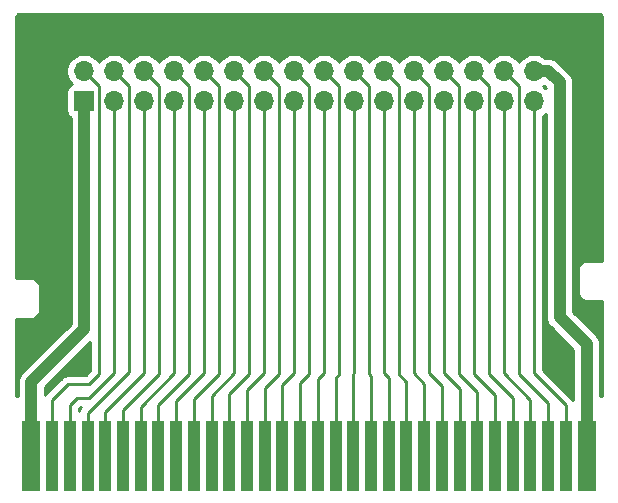
<source format=gbr>
G04 #@! TF.GenerationSoftware,KiCad,Pcbnew,5.1.5-52549c5~84~ubuntu18.04.1*
G04 #@! TF.CreationDate,2020-01-09T22:12:06-08:00*
G04 #@! TF.ProjectId,Breakout,42726561-6b6f-4757-942e-6b696361645f,A*
G04 #@! TF.SameCoordinates,Original*
G04 #@! TF.FileFunction,Copper,L1,Top*
G04 #@! TF.FilePolarity,Positive*
%FSLAX46Y46*%
G04 Gerber Fmt 4.6, Leading zero omitted, Abs format (unit mm)*
G04 Created by KiCad (PCBNEW 5.1.5-52549c5~84~ubuntu18.04.1) date 2020-01-09 22:12:06*
%MOMM*%
%LPD*%
G04 APERTURE LIST*
%ADD10O,1.700000X1.700000*%
%ADD11R,1.700000X1.700000*%
%ADD12R,1.000000X6.000000*%
%ADD13R,1.500000X6.000000*%
%ADD14C,1.000000*%
%ADD15C,0.250000*%
%ADD16C,0.254000*%
G04 APERTURE END LIST*
D10*
X158750000Y-65151000D03*
X158750000Y-67691000D03*
X156210000Y-65151000D03*
X156210000Y-67691000D03*
X153670000Y-65151000D03*
X153670000Y-67691000D03*
X151130000Y-65151000D03*
X151130000Y-67691000D03*
X148590000Y-65151000D03*
X148590000Y-67691000D03*
X146050000Y-65151000D03*
X146050000Y-67691000D03*
X143510000Y-65151000D03*
X143510000Y-67691000D03*
X140970000Y-65151000D03*
X140970000Y-67691000D03*
X138430000Y-65151000D03*
X138430000Y-67691000D03*
X135890000Y-65151000D03*
X135890000Y-67691000D03*
X133350000Y-65151000D03*
X133350000Y-67691000D03*
X130810000Y-65151000D03*
X130810000Y-67691000D03*
X128270000Y-65151000D03*
X128270000Y-67691000D03*
X125730000Y-65151000D03*
X125730000Y-67691000D03*
X123190000Y-65151000D03*
X123190000Y-67691000D03*
X120650000Y-65151000D03*
D11*
X120650000Y-67691000D03*
D12*
X117950000Y-97700000D03*
X119450000Y-97700000D03*
X120950000Y-97700000D03*
X122450000Y-97700000D03*
X123950000Y-97700000D03*
X125450000Y-97700000D03*
X126950000Y-97700000D03*
X128450000Y-97700000D03*
X129950000Y-97700000D03*
X131450000Y-97700000D03*
X132950000Y-97700000D03*
X134450000Y-97700000D03*
X135950000Y-97700000D03*
X137450000Y-97700000D03*
X138950000Y-97700000D03*
X140450000Y-97700000D03*
X141950000Y-97700000D03*
X143450000Y-97700000D03*
X144950000Y-97700000D03*
X146450000Y-97700000D03*
X147950000Y-97700000D03*
X149450000Y-97700000D03*
X150950000Y-97700000D03*
X152450000Y-97700000D03*
X153950000Y-97700000D03*
X155450000Y-97700000D03*
X156950000Y-97700000D03*
X158450000Y-97700000D03*
X159950000Y-97700000D03*
X161450000Y-97700000D03*
D13*
X116200000Y-97700000D03*
X163200000Y-97700000D03*
D14*
X116200000Y-95450000D02*
X116205000Y-95445000D01*
X116200000Y-97700000D02*
X116200000Y-95450000D01*
D15*
X158750000Y-90737081D02*
X158750000Y-89535000D01*
X161450000Y-97700000D02*
X161450000Y-93437081D01*
X161450000Y-93437081D02*
X158750000Y-90737081D01*
X149450000Y-91597081D02*
X149450000Y-97700000D01*
X148590000Y-89535000D02*
X148590000Y-90737081D01*
X148590000Y-90737081D02*
X149450000Y-91597081D01*
X143510000Y-89535000D02*
X143510000Y-90737081D01*
X143450000Y-90804081D02*
X143450000Y-97700000D01*
X143446500Y-90800581D02*
X143450000Y-90804081D01*
X143450000Y-90797081D02*
X143510000Y-90737081D01*
X143450000Y-90804081D02*
X143450000Y-90797081D01*
X134450000Y-92177081D02*
X134450000Y-97700000D01*
X135890000Y-89535000D02*
X135890000Y-90737081D01*
X135890000Y-90737081D02*
X134450000Y-92177081D01*
X122450000Y-94017081D02*
X122450000Y-97700000D01*
X125730000Y-89535000D02*
X125730000Y-90737081D01*
X125730000Y-90737081D02*
X122450000Y-94017081D01*
X121094500Y-91630500D02*
X121920000Y-90805000D01*
X119316500Y-91630500D02*
X121094500Y-91630500D01*
X117950000Y-97700000D02*
X117950000Y-92997000D01*
X117950000Y-92997000D02*
X119316500Y-91630500D01*
X119450000Y-93402000D02*
X119450000Y-97700000D01*
X120015000Y-92837000D02*
X119450000Y-93402000D01*
X121090081Y-92837000D02*
X120015000Y-92837000D01*
X123190000Y-90737081D02*
X121090081Y-92837000D01*
X120950000Y-97700000D02*
X120950000Y-94124500D01*
X120950000Y-94124500D02*
X124460000Y-90614500D01*
X123950000Y-97700000D02*
X123950000Y-93855000D01*
X123950000Y-93855000D02*
X127000000Y-90805000D01*
X126950000Y-97700000D02*
X126950000Y-93395000D01*
X126950000Y-93395000D02*
X129540000Y-90805000D01*
X129950000Y-97700000D02*
X129950000Y-92935000D01*
X129950000Y-92935000D02*
X132080000Y-90805000D01*
X132950000Y-97700000D02*
X132950000Y-92475000D01*
X132950000Y-92475000D02*
X134620000Y-90805000D01*
X135950000Y-97700000D02*
X135950000Y-92015000D01*
X135950000Y-92015000D02*
X137160000Y-90805000D01*
X125450000Y-93557081D02*
X125450000Y-97700000D01*
X128270000Y-90737081D02*
X125450000Y-93557081D01*
X128450000Y-93097081D02*
X128450000Y-97700000D01*
X130810000Y-90737081D02*
X128450000Y-93097081D01*
X131450000Y-92637081D02*
X131450000Y-97700000D01*
X133350000Y-90737081D02*
X131450000Y-92637081D01*
X138950000Y-97700000D02*
X138950000Y-91555000D01*
X138950000Y-91555000D02*
X139700000Y-90805000D01*
X141950000Y-97700000D02*
X141950000Y-91095000D01*
X141950000Y-91095000D02*
X142240000Y-90805000D01*
X144950000Y-97700000D02*
X144950000Y-90975000D01*
X144950000Y-90975000D02*
X144780000Y-90805000D01*
X147950000Y-97700000D02*
X147950000Y-91435000D01*
X147950000Y-91435000D02*
X147320000Y-90805000D01*
X150950000Y-97700000D02*
X150950000Y-91831500D01*
X150950000Y-91831500D02*
X149860000Y-90741500D01*
X153950000Y-97700000D02*
X153950000Y-92355000D01*
X153950000Y-92355000D02*
X152400000Y-90805000D01*
X153670000Y-90805000D02*
X153670000Y-89535000D01*
X155450000Y-97700000D02*
X155450000Y-92585000D01*
X155450000Y-92585000D02*
X153670000Y-90805000D01*
X156950000Y-97700000D02*
X156950000Y-92815000D01*
X156950000Y-92815000D02*
X154940000Y-90805000D01*
X159950000Y-97700000D02*
X159950000Y-93275000D01*
X159950000Y-93275000D02*
X157480000Y-90805000D01*
X121920000Y-66421000D02*
X120650000Y-65151000D01*
X121920000Y-90805000D02*
X121920000Y-66421000D01*
X123190000Y-90737081D02*
X123190000Y-67691000D01*
X124460000Y-66421000D02*
X123190000Y-65151000D01*
X124460000Y-90614500D02*
X124460000Y-66421000D01*
X125730000Y-89535000D02*
X125730000Y-67691000D01*
X127000000Y-66421000D02*
X125730000Y-65151000D01*
X127000000Y-90805000D02*
X127000000Y-66421000D01*
X128270000Y-90737081D02*
X128270000Y-67691000D01*
X129540000Y-66421000D02*
X128270000Y-65151000D01*
X129540000Y-90678000D02*
X129540000Y-66421000D01*
X130810000Y-90737081D02*
X130810000Y-67691000D01*
X133350000Y-90737081D02*
X133350000Y-67691000D01*
X137450000Y-91717081D02*
X137450000Y-97700000D01*
X138430000Y-67691000D02*
X138430000Y-90737081D01*
X138430000Y-90737081D02*
X137450000Y-91717081D01*
X135890000Y-89535000D02*
X135890000Y-67691000D01*
X140450000Y-91257081D02*
X140450000Y-97700000D01*
X140970000Y-67691000D02*
X140970000Y-90737081D01*
X140970000Y-90737081D02*
X140450000Y-91257081D01*
X143510000Y-89535000D02*
X143510000Y-67691000D01*
X146450000Y-91137081D02*
X146450000Y-97700000D01*
X146050000Y-67691000D02*
X146050000Y-90737081D01*
X146050000Y-90737081D02*
X146450000Y-91137081D01*
X148590000Y-89535000D02*
X148590000Y-67691000D01*
X152450000Y-92057081D02*
X152450000Y-97700000D01*
X151130000Y-67691000D02*
X151130000Y-90737081D01*
X151130000Y-90737081D02*
X152450000Y-92057081D01*
X153670000Y-89535000D02*
X153670000Y-67691000D01*
X158450000Y-92977081D02*
X158450000Y-97700000D01*
X156210000Y-67691000D02*
X156210000Y-90737081D01*
X156210000Y-90737081D02*
X158450000Y-92977081D01*
X158750000Y-89535000D02*
X158750000Y-67691000D01*
X157480000Y-90805000D02*
X157480000Y-66421000D01*
X154940000Y-90805000D02*
X154940000Y-66421000D01*
X152400000Y-90805000D02*
X152400000Y-66421000D01*
X149860000Y-90741500D02*
X149860000Y-66421000D01*
X147320000Y-90805000D02*
X147320000Y-66421000D01*
X144780000Y-90678000D02*
X144780000Y-66421000D01*
X142240000Y-66421000D02*
X140970000Y-65151000D01*
X142240000Y-90805000D02*
X142240000Y-66421000D01*
X139700000Y-66421000D02*
X138430000Y-65151000D01*
X139700000Y-90805000D02*
X139700000Y-66421000D01*
X136739999Y-66000999D02*
X135890000Y-65151000D01*
X137160000Y-66421000D02*
X136739999Y-66000999D01*
X137160000Y-90805000D02*
X137160000Y-66421000D01*
X134620000Y-66421000D02*
X133350000Y-65151000D01*
X134620000Y-90805000D02*
X134620000Y-66421000D01*
X132080000Y-66421000D02*
X130810000Y-65151000D01*
X132080000Y-90805000D02*
X132080000Y-66421000D01*
X144780000Y-66421000D02*
X143510000Y-65151000D01*
X147320000Y-66421000D02*
X146050000Y-65151000D01*
X149860000Y-66421000D02*
X148590000Y-65151000D01*
X152400000Y-66421000D02*
X151130000Y-65151000D01*
X154940000Y-66421000D02*
X153670000Y-65151000D01*
X157480000Y-66421000D02*
X156210000Y-65151000D01*
D14*
X120650000Y-86995000D02*
X120650000Y-67691000D01*
X116200000Y-97700000D02*
X116200000Y-91445000D01*
X116200000Y-91445000D02*
X120650000Y-86995000D01*
X163200000Y-88270000D02*
X163200000Y-97700000D01*
X160909000Y-85979000D02*
X163200000Y-88270000D01*
X160909000Y-66107919D02*
X160909000Y-85979000D01*
X158750000Y-65151000D02*
X159952081Y-65151000D01*
X159952081Y-65151000D02*
X160909000Y-66107919D01*
D16*
G36*
X120386202Y-93613497D02*
G01*
X120386201Y-93613498D01*
X120315026Y-93700224D01*
X120244454Y-93832254D01*
X120233582Y-93868096D01*
X120210000Y-93945838D01*
X120210000Y-93716801D01*
X120329802Y-93597000D01*
X120399741Y-93597000D01*
X120386202Y-93613497D01*
G37*
X120386202Y-93613497D02*
X120386201Y-93613498D01*
X120315026Y-93700224D01*
X120244454Y-93832254D01*
X120233582Y-93868096D01*
X120210000Y-93945838D01*
X120210000Y-93716801D01*
X120329802Y-93597000D01*
X120399741Y-93597000D01*
X120386202Y-93613497D01*
G36*
X159774001Y-85923238D02*
G01*
X159768509Y-85979000D01*
X159790423Y-86201498D01*
X159855324Y-86415446D01*
X159855325Y-86415447D01*
X159960717Y-86612623D01*
X160102552Y-86785449D01*
X160145860Y-86820991D01*
X162065000Y-88740132D01*
X162065001Y-92988467D01*
X161990001Y-92897080D01*
X161961003Y-92873282D01*
X159510000Y-90422280D01*
X159510000Y-68969178D01*
X159696632Y-68844475D01*
X159774000Y-68767107D01*
X159774001Y-85923238D01*
G37*
X159774001Y-85923238D02*
X159768509Y-85979000D01*
X159790423Y-86201498D01*
X159855324Y-86415446D01*
X159855325Y-86415447D01*
X159960717Y-86612623D01*
X160102552Y-86785449D01*
X160145860Y-86820991D01*
X162065000Y-88740132D01*
X162065001Y-92988467D01*
X161990001Y-92897080D01*
X161961003Y-92873282D01*
X159510000Y-90422280D01*
X159510000Y-68969178D01*
X159696632Y-68844475D01*
X159774000Y-68767107D01*
X159774001Y-85923238D01*
G36*
X164255665Y-60281863D02*
G01*
X164309214Y-60298030D01*
X164358597Y-60324288D01*
X164401945Y-60359641D01*
X164437600Y-60402740D01*
X164464201Y-60451937D01*
X164480742Y-60505375D01*
X164490001Y-60593464D01*
X164490000Y-76434876D01*
X164490001Y-76434886D01*
X164490000Y-81190000D01*
X163234877Y-81190000D01*
X163200000Y-81186565D01*
X163165123Y-81190000D01*
X163060816Y-81200273D01*
X162926980Y-81240872D01*
X162803637Y-81306800D01*
X162695525Y-81395525D01*
X162606800Y-81503637D01*
X162540872Y-81626980D01*
X162500273Y-81760816D01*
X162486565Y-81900000D01*
X162490000Y-81934876D01*
X162490001Y-83865113D01*
X162486565Y-83900000D01*
X162500273Y-84039184D01*
X162540872Y-84173020D01*
X162606800Y-84296363D01*
X162695525Y-84404475D01*
X162803637Y-84493200D01*
X162926980Y-84559128D01*
X163060816Y-84599727D01*
X163165123Y-84610000D01*
X163200000Y-84613435D01*
X163234877Y-84610000D01*
X164490001Y-84610000D01*
X164490000Y-92690000D01*
X164335000Y-92690000D01*
X164335000Y-88325741D01*
X164340490Y-88269999D01*
X164335000Y-88214257D01*
X164335000Y-88214248D01*
X164318577Y-88047501D01*
X164253676Y-87833553D01*
X164148284Y-87636377D01*
X164006449Y-87463551D01*
X163963141Y-87428009D01*
X162044000Y-85508869D01*
X162044000Y-66163671D01*
X162049491Y-66107919D01*
X162027577Y-65885420D01*
X161962676Y-65671472D01*
X161857284Y-65474296D01*
X161826840Y-65437200D01*
X161715449Y-65301470D01*
X161672140Y-65265927D01*
X160794077Y-64387864D01*
X160758530Y-64344551D01*
X160585704Y-64202716D01*
X160388528Y-64097324D01*
X160174580Y-64032423D01*
X160007833Y-64016000D01*
X160007832Y-64016000D01*
X159952081Y-64010509D01*
X159896330Y-64016000D01*
X159715107Y-64016000D01*
X159696632Y-63997525D01*
X159453411Y-63835010D01*
X159183158Y-63723068D01*
X158896260Y-63666000D01*
X158603740Y-63666000D01*
X158316842Y-63723068D01*
X158046589Y-63835010D01*
X157803368Y-63997525D01*
X157596525Y-64204368D01*
X157480000Y-64378760D01*
X157363475Y-64204368D01*
X157156632Y-63997525D01*
X156913411Y-63835010D01*
X156643158Y-63723068D01*
X156356260Y-63666000D01*
X156063740Y-63666000D01*
X155776842Y-63723068D01*
X155506589Y-63835010D01*
X155263368Y-63997525D01*
X155056525Y-64204368D01*
X154940000Y-64378760D01*
X154823475Y-64204368D01*
X154616632Y-63997525D01*
X154373411Y-63835010D01*
X154103158Y-63723068D01*
X153816260Y-63666000D01*
X153523740Y-63666000D01*
X153236842Y-63723068D01*
X152966589Y-63835010D01*
X152723368Y-63997525D01*
X152516525Y-64204368D01*
X152400000Y-64378760D01*
X152283475Y-64204368D01*
X152076632Y-63997525D01*
X151833411Y-63835010D01*
X151563158Y-63723068D01*
X151276260Y-63666000D01*
X150983740Y-63666000D01*
X150696842Y-63723068D01*
X150426589Y-63835010D01*
X150183368Y-63997525D01*
X149976525Y-64204368D01*
X149860000Y-64378760D01*
X149743475Y-64204368D01*
X149536632Y-63997525D01*
X149293411Y-63835010D01*
X149023158Y-63723068D01*
X148736260Y-63666000D01*
X148443740Y-63666000D01*
X148156842Y-63723068D01*
X147886589Y-63835010D01*
X147643368Y-63997525D01*
X147436525Y-64204368D01*
X147320000Y-64378760D01*
X147203475Y-64204368D01*
X146996632Y-63997525D01*
X146753411Y-63835010D01*
X146483158Y-63723068D01*
X146196260Y-63666000D01*
X145903740Y-63666000D01*
X145616842Y-63723068D01*
X145346589Y-63835010D01*
X145103368Y-63997525D01*
X144896525Y-64204368D01*
X144780000Y-64378760D01*
X144663475Y-64204368D01*
X144456632Y-63997525D01*
X144213411Y-63835010D01*
X143943158Y-63723068D01*
X143656260Y-63666000D01*
X143363740Y-63666000D01*
X143076842Y-63723068D01*
X142806589Y-63835010D01*
X142563368Y-63997525D01*
X142356525Y-64204368D01*
X142240000Y-64378760D01*
X142123475Y-64204368D01*
X141916632Y-63997525D01*
X141673411Y-63835010D01*
X141403158Y-63723068D01*
X141116260Y-63666000D01*
X140823740Y-63666000D01*
X140536842Y-63723068D01*
X140266589Y-63835010D01*
X140023368Y-63997525D01*
X139816525Y-64204368D01*
X139700000Y-64378760D01*
X139583475Y-64204368D01*
X139376632Y-63997525D01*
X139133411Y-63835010D01*
X138863158Y-63723068D01*
X138576260Y-63666000D01*
X138283740Y-63666000D01*
X137996842Y-63723068D01*
X137726589Y-63835010D01*
X137483368Y-63997525D01*
X137276525Y-64204368D01*
X137160000Y-64378760D01*
X137043475Y-64204368D01*
X136836632Y-63997525D01*
X136593411Y-63835010D01*
X136323158Y-63723068D01*
X136036260Y-63666000D01*
X135743740Y-63666000D01*
X135456842Y-63723068D01*
X135186589Y-63835010D01*
X134943368Y-63997525D01*
X134736525Y-64204368D01*
X134620000Y-64378760D01*
X134503475Y-64204368D01*
X134296632Y-63997525D01*
X134053411Y-63835010D01*
X133783158Y-63723068D01*
X133496260Y-63666000D01*
X133203740Y-63666000D01*
X132916842Y-63723068D01*
X132646589Y-63835010D01*
X132403368Y-63997525D01*
X132196525Y-64204368D01*
X132080000Y-64378760D01*
X131963475Y-64204368D01*
X131756632Y-63997525D01*
X131513411Y-63835010D01*
X131243158Y-63723068D01*
X130956260Y-63666000D01*
X130663740Y-63666000D01*
X130376842Y-63723068D01*
X130106589Y-63835010D01*
X129863368Y-63997525D01*
X129656525Y-64204368D01*
X129540000Y-64378760D01*
X129423475Y-64204368D01*
X129216632Y-63997525D01*
X128973411Y-63835010D01*
X128703158Y-63723068D01*
X128416260Y-63666000D01*
X128123740Y-63666000D01*
X127836842Y-63723068D01*
X127566589Y-63835010D01*
X127323368Y-63997525D01*
X127116525Y-64204368D01*
X127000000Y-64378760D01*
X126883475Y-64204368D01*
X126676632Y-63997525D01*
X126433411Y-63835010D01*
X126163158Y-63723068D01*
X125876260Y-63666000D01*
X125583740Y-63666000D01*
X125296842Y-63723068D01*
X125026589Y-63835010D01*
X124783368Y-63997525D01*
X124576525Y-64204368D01*
X124460000Y-64378760D01*
X124343475Y-64204368D01*
X124136632Y-63997525D01*
X123893411Y-63835010D01*
X123623158Y-63723068D01*
X123336260Y-63666000D01*
X123043740Y-63666000D01*
X122756842Y-63723068D01*
X122486589Y-63835010D01*
X122243368Y-63997525D01*
X122036525Y-64204368D01*
X121920000Y-64378760D01*
X121803475Y-64204368D01*
X121596632Y-63997525D01*
X121353411Y-63835010D01*
X121083158Y-63723068D01*
X120796260Y-63666000D01*
X120503740Y-63666000D01*
X120216842Y-63723068D01*
X119946589Y-63835010D01*
X119703368Y-63997525D01*
X119496525Y-64204368D01*
X119334010Y-64447589D01*
X119222068Y-64717842D01*
X119165000Y-65004740D01*
X119165000Y-65297260D01*
X119222068Y-65584158D01*
X119334010Y-65854411D01*
X119496525Y-66097632D01*
X119628380Y-66229487D01*
X119555820Y-66251498D01*
X119445506Y-66310463D01*
X119348815Y-66389815D01*
X119269463Y-66486506D01*
X119210498Y-66596820D01*
X119174188Y-66716518D01*
X119161928Y-66841000D01*
X119161928Y-68541000D01*
X119174188Y-68665482D01*
X119210498Y-68785180D01*
X119269463Y-68895494D01*
X119348815Y-68992185D01*
X119445506Y-69071537D01*
X119515001Y-69108683D01*
X119515000Y-86524868D01*
X115436860Y-90603009D01*
X115393552Y-90638551D01*
X115251717Y-90811377D01*
X115200742Y-90906746D01*
X115146324Y-91008554D01*
X115081423Y-91222502D01*
X115059509Y-91445000D01*
X115065001Y-91500758D01*
X115065001Y-92690000D01*
X114910000Y-92690000D01*
X114910000Y-86110000D01*
X116165123Y-86110000D01*
X116200000Y-86113435D01*
X116234877Y-86110000D01*
X116339184Y-86099727D01*
X116473020Y-86059128D01*
X116596363Y-85993200D01*
X116704475Y-85904475D01*
X116793200Y-85796363D01*
X116859128Y-85673020D01*
X116899727Y-85539184D01*
X116913435Y-85400000D01*
X116910000Y-85365123D01*
X116910000Y-83434876D01*
X116913435Y-83400000D01*
X116899727Y-83260816D01*
X116859128Y-83126980D01*
X116793200Y-83003637D01*
X116704475Y-82895525D01*
X116596363Y-82806800D01*
X116473020Y-82740872D01*
X116339184Y-82700273D01*
X116234877Y-82690000D01*
X116200000Y-82686565D01*
X116165123Y-82690000D01*
X114910000Y-82690000D01*
X114910000Y-60597722D01*
X114918863Y-60507335D01*
X114935030Y-60453786D01*
X114961288Y-60404403D01*
X114996641Y-60361055D01*
X115039740Y-60325400D01*
X115088937Y-60298799D01*
X115142375Y-60282258D01*
X115230455Y-60273000D01*
X164165278Y-60273000D01*
X164255665Y-60281863D01*
G37*
X164255665Y-60281863D02*
X164309214Y-60298030D01*
X164358597Y-60324288D01*
X164401945Y-60359641D01*
X164437600Y-60402740D01*
X164464201Y-60451937D01*
X164480742Y-60505375D01*
X164490001Y-60593464D01*
X164490000Y-76434876D01*
X164490001Y-76434886D01*
X164490000Y-81190000D01*
X163234877Y-81190000D01*
X163200000Y-81186565D01*
X163165123Y-81190000D01*
X163060816Y-81200273D01*
X162926980Y-81240872D01*
X162803637Y-81306800D01*
X162695525Y-81395525D01*
X162606800Y-81503637D01*
X162540872Y-81626980D01*
X162500273Y-81760816D01*
X162486565Y-81900000D01*
X162490000Y-81934876D01*
X162490001Y-83865113D01*
X162486565Y-83900000D01*
X162500273Y-84039184D01*
X162540872Y-84173020D01*
X162606800Y-84296363D01*
X162695525Y-84404475D01*
X162803637Y-84493200D01*
X162926980Y-84559128D01*
X163060816Y-84599727D01*
X163165123Y-84610000D01*
X163200000Y-84613435D01*
X163234877Y-84610000D01*
X164490001Y-84610000D01*
X164490000Y-92690000D01*
X164335000Y-92690000D01*
X164335000Y-88325741D01*
X164340490Y-88269999D01*
X164335000Y-88214257D01*
X164335000Y-88214248D01*
X164318577Y-88047501D01*
X164253676Y-87833553D01*
X164148284Y-87636377D01*
X164006449Y-87463551D01*
X163963141Y-87428009D01*
X162044000Y-85508869D01*
X162044000Y-66163671D01*
X162049491Y-66107919D01*
X162027577Y-65885420D01*
X161962676Y-65671472D01*
X161857284Y-65474296D01*
X161826840Y-65437200D01*
X161715449Y-65301470D01*
X161672140Y-65265927D01*
X160794077Y-64387864D01*
X160758530Y-64344551D01*
X160585704Y-64202716D01*
X160388528Y-64097324D01*
X160174580Y-64032423D01*
X160007833Y-64016000D01*
X160007832Y-64016000D01*
X159952081Y-64010509D01*
X159896330Y-64016000D01*
X159715107Y-64016000D01*
X159696632Y-63997525D01*
X159453411Y-63835010D01*
X159183158Y-63723068D01*
X158896260Y-63666000D01*
X158603740Y-63666000D01*
X158316842Y-63723068D01*
X158046589Y-63835010D01*
X157803368Y-63997525D01*
X157596525Y-64204368D01*
X157480000Y-64378760D01*
X157363475Y-64204368D01*
X157156632Y-63997525D01*
X156913411Y-63835010D01*
X156643158Y-63723068D01*
X156356260Y-63666000D01*
X156063740Y-63666000D01*
X155776842Y-63723068D01*
X155506589Y-63835010D01*
X155263368Y-63997525D01*
X155056525Y-64204368D01*
X154940000Y-64378760D01*
X154823475Y-64204368D01*
X154616632Y-63997525D01*
X154373411Y-63835010D01*
X154103158Y-63723068D01*
X153816260Y-63666000D01*
X153523740Y-63666000D01*
X153236842Y-63723068D01*
X152966589Y-63835010D01*
X152723368Y-63997525D01*
X152516525Y-64204368D01*
X152400000Y-64378760D01*
X152283475Y-64204368D01*
X152076632Y-63997525D01*
X151833411Y-63835010D01*
X151563158Y-63723068D01*
X151276260Y-63666000D01*
X150983740Y-63666000D01*
X150696842Y-63723068D01*
X150426589Y-63835010D01*
X150183368Y-63997525D01*
X149976525Y-64204368D01*
X149860000Y-64378760D01*
X149743475Y-64204368D01*
X149536632Y-63997525D01*
X149293411Y-63835010D01*
X149023158Y-63723068D01*
X148736260Y-63666000D01*
X148443740Y-63666000D01*
X148156842Y-63723068D01*
X147886589Y-63835010D01*
X147643368Y-63997525D01*
X147436525Y-64204368D01*
X147320000Y-64378760D01*
X147203475Y-64204368D01*
X146996632Y-63997525D01*
X146753411Y-63835010D01*
X146483158Y-63723068D01*
X146196260Y-63666000D01*
X145903740Y-63666000D01*
X145616842Y-63723068D01*
X145346589Y-63835010D01*
X145103368Y-63997525D01*
X144896525Y-64204368D01*
X144780000Y-64378760D01*
X144663475Y-64204368D01*
X144456632Y-63997525D01*
X144213411Y-63835010D01*
X143943158Y-63723068D01*
X143656260Y-63666000D01*
X143363740Y-63666000D01*
X143076842Y-63723068D01*
X142806589Y-63835010D01*
X142563368Y-63997525D01*
X142356525Y-64204368D01*
X142240000Y-64378760D01*
X142123475Y-64204368D01*
X141916632Y-63997525D01*
X141673411Y-63835010D01*
X141403158Y-63723068D01*
X141116260Y-63666000D01*
X140823740Y-63666000D01*
X140536842Y-63723068D01*
X140266589Y-63835010D01*
X140023368Y-63997525D01*
X139816525Y-64204368D01*
X139700000Y-64378760D01*
X139583475Y-64204368D01*
X139376632Y-63997525D01*
X139133411Y-63835010D01*
X138863158Y-63723068D01*
X138576260Y-63666000D01*
X138283740Y-63666000D01*
X137996842Y-63723068D01*
X137726589Y-63835010D01*
X137483368Y-63997525D01*
X137276525Y-64204368D01*
X137160000Y-64378760D01*
X137043475Y-64204368D01*
X136836632Y-63997525D01*
X136593411Y-63835010D01*
X136323158Y-63723068D01*
X136036260Y-63666000D01*
X135743740Y-63666000D01*
X135456842Y-63723068D01*
X135186589Y-63835010D01*
X134943368Y-63997525D01*
X134736525Y-64204368D01*
X134620000Y-64378760D01*
X134503475Y-64204368D01*
X134296632Y-63997525D01*
X134053411Y-63835010D01*
X133783158Y-63723068D01*
X133496260Y-63666000D01*
X133203740Y-63666000D01*
X132916842Y-63723068D01*
X132646589Y-63835010D01*
X132403368Y-63997525D01*
X132196525Y-64204368D01*
X132080000Y-64378760D01*
X131963475Y-64204368D01*
X131756632Y-63997525D01*
X131513411Y-63835010D01*
X131243158Y-63723068D01*
X130956260Y-63666000D01*
X130663740Y-63666000D01*
X130376842Y-63723068D01*
X130106589Y-63835010D01*
X129863368Y-63997525D01*
X129656525Y-64204368D01*
X129540000Y-64378760D01*
X129423475Y-64204368D01*
X129216632Y-63997525D01*
X128973411Y-63835010D01*
X128703158Y-63723068D01*
X128416260Y-63666000D01*
X128123740Y-63666000D01*
X127836842Y-63723068D01*
X127566589Y-63835010D01*
X127323368Y-63997525D01*
X127116525Y-64204368D01*
X127000000Y-64378760D01*
X126883475Y-64204368D01*
X126676632Y-63997525D01*
X126433411Y-63835010D01*
X126163158Y-63723068D01*
X125876260Y-63666000D01*
X125583740Y-63666000D01*
X125296842Y-63723068D01*
X125026589Y-63835010D01*
X124783368Y-63997525D01*
X124576525Y-64204368D01*
X124460000Y-64378760D01*
X124343475Y-64204368D01*
X124136632Y-63997525D01*
X123893411Y-63835010D01*
X123623158Y-63723068D01*
X123336260Y-63666000D01*
X123043740Y-63666000D01*
X122756842Y-63723068D01*
X122486589Y-63835010D01*
X122243368Y-63997525D01*
X122036525Y-64204368D01*
X121920000Y-64378760D01*
X121803475Y-64204368D01*
X121596632Y-63997525D01*
X121353411Y-63835010D01*
X121083158Y-63723068D01*
X120796260Y-63666000D01*
X120503740Y-63666000D01*
X120216842Y-63723068D01*
X119946589Y-63835010D01*
X119703368Y-63997525D01*
X119496525Y-64204368D01*
X119334010Y-64447589D01*
X119222068Y-64717842D01*
X119165000Y-65004740D01*
X119165000Y-65297260D01*
X119222068Y-65584158D01*
X119334010Y-65854411D01*
X119496525Y-66097632D01*
X119628380Y-66229487D01*
X119555820Y-66251498D01*
X119445506Y-66310463D01*
X119348815Y-66389815D01*
X119269463Y-66486506D01*
X119210498Y-66596820D01*
X119174188Y-66716518D01*
X119161928Y-66841000D01*
X119161928Y-68541000D01*
X119174188Y-68665482D01*
X119210498Y-68785180D01*
X119269463Y-68895494D01*
X119348815Y-68992185D01*
X119445506Y-69071537D01*
X119515001Y-69108683D01*
X119515000Y-86524868D01*
X115436860Y-90603009D01*
X115393552Y-90638551D01*
X115251717Y-90811377D01*
X115200742Y-90906746D01*
X115146324Y-91008554D01*
X115081423Y-91222502D01*
X115059509Y-91445000D01*
X115065001Y-91500758D01*
X115065001Y-92690000D01*
X114910000Y-92690000D01*
X114910000Y-86110000D01*
X116165123Y-86110000D01*
X116200000Y-86113435D01*
X116234877Y-86110000D01*
X116339184Y-86099727D01*
X116473020Y-86059128D01*
X116596363Y-85993200D01*
X116704475Y-85904475D01*
X116793200Y-85796363D01*
X116859128Y-85673020D01*
X116899727Y-85539184D01*
X116913435Y-85400000D01*
X116910000Y-85365123D01*
X116910000Y-83434876D01*
X116913435Y-83400000D01*
X116899727Y-83260816D01*
X116859128Y-83126980D01*
X116793200Y-83003637D01*
X116704475Y-82895525D01*
X116596363Y-82806800D01*
X116473020Y-82740872D01*
X116339184Y-82700273D01*
X116234877Y-82690000D01*
X116200000Y-82686565D01*
X116165123Y-82690000D01*
X114910000Y-82690000D01*
X114910000Y-60597722D01*
X114918863Y-60507335D01*
X114935030Y-60453786D01*
X114961288Y-60404403D01*
X114996641Y-60361055D01*
X115039740Y-60325400D01*
X115088937Y-60298799D01*
X115142375Y-60282258D01*
X115230455Y-60273000D01*
X164165278Y-60273000D01*
X164255665Y-60281863D01*
G36*
X121160000Y-90490198D02*
G01*
X120779699Y-90870500D01*
X119353823Y-90870500D01*
X119316500Y-90866824D01*
X119279177Y-90870500D01*
X119279167Y-90870500D01*
X119167514Y-90881497D01*
X119024253Y-90924954D01*
X118892224Y-90995526D01*
X118776499Y-91090499D01*
X118752701Y-91119497D01*
X117438998Y-92433201D01*
X117410000Y-92456999D01*
X117386202Y-92485997D01*
X117386201Y-92485998D01*
X117335000Y-92548386D01*
X117335000Y-91915131D01*
X121160000Y-88090132D01*
X121160000Y-90490198D01*
G37*
X121160000Y-90490198D02*
X120779699Y-90870500D01*
X119353823Y-90870500D01*
X119316500Y-90866824D01*
X119279177Y-90870500D01*
X119279167Y-90870500D01*
X119167514Y-90881497D01*
X119024253Y-90924954D01*
X118892224Y-90995526D01*
X118776499Y-91090499D01*
X118752701Y-91119497D01*
X117438998Y-92433201D01*
X117410000Y-92456999D01*
X117386202Y-92485997D01*
X117386201Y-92485998D01*
X117335000Y-92548386D01*
X117335000Y-91915131D01*
X121160000Y-88090132D01*
X121160000Y-90490198D01*
G36*
X159774000Y-66578051D02*
G01*
X159774000Y-66614893D01*
X159696632Y-66537525D01*
X159522240Y-66421000D01*
X159579014Y-66383065D01*
X159774000Y-66578051D01*
G37*
X159774000Y-66578051D02*
X159774000Y-66614893D01*
X159696632Y-66537525D01*
X159522240Y-66421000D01*
X159579014Y-66383065D01*
X159774000Y-66578051D01*
M02*

</source>
